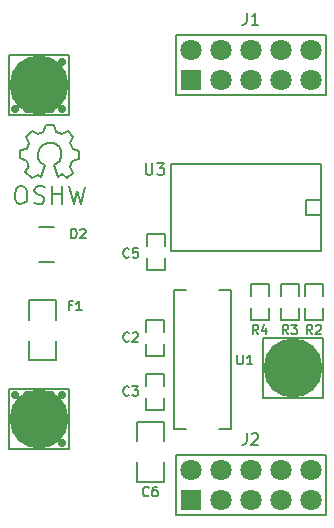
<source format=gbr>
G04 #@! TF.GenerationSoftware,KiCad,Pcbnew,6.0.11-2627ca5db0~126~ubuntu22.04.1*
G04 #@! TF.CreationDate,2023-12-06T10:38:33+01:00*
G04 #@! TF.ProjectId,bus-module_attiny1634,6275732d-6d6f-4647-956c-655f61747469,C*
G04 #@! TF.SameCoordinates,Original*
G04 #@! TF.FileFunction,Legend,Top*
G04 #@! TF.FilePolarity,Positive*
%FSLAX46Y46*%
G04 Gerber Fmt 4.6, Leading zero omitted, Abs format (unit mm)*
G04 Created by KiCad (PCBNEW 6.0.11-2627ca5db0~126~ubuntu22.04.1) date 2023-12-06 10:38:33*
%MOMM*%
%LPD*%
G01*
G04 APERTURE LIST*
%ADD10C,0.150000*%
%ADD11C,5.000000*%
%ADD12R,1.800000X1.800000*%
%ADD13C,1.800000*%
%ADD14C,0.700000*%
G04 APERTURE END LIST*
D10*
X90282666Y-105449714D02*
X90244571Y-105487809D01*
X90130285Y-105525904D01*
X90054095Y-105525904D01*
X89939809Y-105487809D01*
X89863619Y-105411619D01*
X89825523Y-105335428D01*
X89787428Y-105183047D01*
X89787428Y-105068761D01*
X89825523Y-104916380D01*
X89863619Y-104840190D01*
X89939809Y-104764000D01*
X90054095Y-104725904D01*
X90130285Y-104725904D01*
X90244571Y-104764000D01*
X90282666Y-104802095D01*
X90587428Y-104802095D02*
X90625523Y-104764000D01*
X90701714Y-104725904D01*
X90892190Y-104725904D01*
X90968380Y-104764000D01*
X91006476Y-104802095D01*
X91044571Y-104878285D01*
X91044571Y-104954476D01*
X91006476Y-105068761D01*
X90549333Y-105525904D01*
X91044571Y-105525904D01*
X90282666Y-110021714D02*
X90244571Y-110059809D01*
X90130285Y-110097904D01*
X90054095Y-110097904D01*
X89939809Y-110059809D01*
X89863619Y-109983619D01*
X89825523Y-109907428D01*
X89787428Y-109755047D01*
X89787428Y-109640761D01*
X89825523Y-109488380D01*
X89863619Y-109412190D01*
X89939809Y-109336000D01*
X90054095Y-109297904D01*
X90130285Y-109297904D01*
X90244571Y-109336000D01*
X90282666Y-109374095D01*
X90549333Y-109297904D02*
X91044571Y-109297904D01*
X90777904Y-109602666D01*
X90892190Y-109602666D01*
X90968380Y-109640761D01*
X91006476Y-109678857D01*
X91044571Y-109755047D01*
X91044571Y-109945523D01*
X91006476Y-110021714D01*
X90968380Y-110059809D01*
X90892190Y-110097904D01*
X90663619Y-110097904D01*
X90587428Y-110059809D01*
X90549333Y-110021714D01*
X100242666Y-113252380D02*
X100242666Y-113966666D01*
X100195047Y-114109523D01*
X100099809Y-114204761D01*
X99956952Y-114252380D01*
X99861714Y-114252380D01*
X100671238Y-113347619D02*
X100718857Y-113300000D01*
X100814095Y-113252380D01*
X101052190Y-113252380D01*
X101147428Y-113300000D01*
X101195047Y-113347619D01*
X101242666Y-113442857D01*
X101242666Y-113538095D01*
X101195047Y-113680952D01*
X100623619Y-114252380D01*
X101242666Y-114252380D01*
X100242666Y-77692380D02*
X100242666Y-78406666D01*
X100195047Y-78549523D01*
X100099809Y-78644761D01*
X99956952Y-78692380D01*
X99861714Y-78692380D01*
X101242666Y-78692380D02*
X100671238Y-78692380D01*
X100956952Y-78692380D02*
X100956952Y-77692380D01*
X100861714Y-77835238D01*
X100766476Y-77930476D01*
X100671238Y-77978095D01*
X105776666Y-104890904D02*
X105510000Y-104509952D01*
X105319523Y-104890904D02*
X105319523Y-104090904D01*
X105624285Y-104090904D01*
X105700476Y-104129000D01*
X105738571Y-104167095D01*
X105776666Y-104243285D01*
X105776666Y-104357571D01*
X105738571Y-104433761D01*
X105700476Y-104471857D01*
X105624285Y-104509952D01*
X105319523Y-104509952D01*
X106081428Y-104167095D02*
X106119523Y-104129000D01*
X106195714Y-104090904D01*
X106386190Y-104090904D01*
X106462380Y-104129000D01*
X106500476Y-104167095D01*
X106538571Y-104243285D01*
X106538571Y-104319476D01*
X106500476Y-104433761D01*
X106043333Y-104890904D01*
X106538571Y-104890904D01*
X103744666Y-104890904D02*
X103478000Y-104509952D01*
X103287523Y-104890904D02*
X103287523Y-104090904D01*
X103592285Y-104090904D01*
X103668476Y-104129000D01*
X103706571Y-104167095D01*
X103744666Y-104243285D01*
X103744666Y-104357571D01*
X103706571Y-104433761D01*
X103668476Y-104471857D01*
X103592285Y-104509952D01*
X103287523Y-104509952D01*
X104011333Y-104090904D02*
X104506571Y-104090904D01*
X104239904Y-104395666D01*
X104354190Y-104395666D01*
X104430380Y-104433761D01*
X104468476Y-104471857D01*
X104506571Y-104548047D01*
X104506571Y-104738523D01*
X104468476Y-104814714D01*
X104430380Y-104852809D01*
X104354190Y-104890904D01*
X104125619Y-104890904D01*
X104049428Y-104852809D01*
X104011333Y-104814714D01*
X101204666Y-104890904D02*
X100938000Y-104509952D01*
X100747523Y-104890904D02*
X100747523Y-104090904D01*
X101052285Y-104090904D01*
X101128476Y-104129000D01*
X101166571Y-104167095D01*
X101204666Y-104243285D01*
X101204666Y-104357571D01*
X101166571Y-104433761D01*
X101128476Y-104471857D01*
X101052285Y-104509952D01*
X100747523Y-104509952D01*
X101890380Y-104357571D02*
X101890380Y-104890904D01*
X101699904Y-104052809D02*
X101509428Y-104624238D01*
X102004666Y-104624238D01*
X90282666Y-98337714D02*
X90244571Y-98375809D01*
X90130285Y-98413904D01*
X90054095Y-98413904D01*
X89939809Y-98375809D01*
X89863619Y-98299619D01*
X89825523Y-98223428D01*
X89787428Y-98071047D01*
X89787428Y-97956761D01*
X89825523Y-97804380D01*
X89863619Y-97728190D01*
X89939809Y-97652000D01*
X90054095Y-97613904D01*
X90130285Y-97613904D01*
X90244571Y-97652000D01*
X90282666Y-97690095D01*
X91006476Y-97613904D02*
X90625523Y-97613904D01*
X90587428Y-97994857D01*
X90625523Y-97956761D01*
X90701714Y-97918666D01*
X90892190Y-97918666D01*
X90968380Y-97956761D01*
X91006476Y-97994857D01*
X91044571Y-98071047D01*
X91044571Y-98261523D01*
X91006476Y-98337714D01*
X90968380Y-98375809D01*
X90892190Y-98413904D01*
X90701714Y-98413904D01*
X90625523Y-98375809D01*
X90587428Y-98337714D01*
X99458476Y-106630904D02*
X99458476Y-107278523D01*
X99496571Y-107354714D01*
X99534666Y-107392809D01*
X99610857Y-107430904D01*
X99763238Y-107430904D01*
X99839428Y-107392809D01*
X99877523Y-107354714D01*
X99915619Y-107278523D01*
X99915619Y-106630904D01*
X100715619Y-107430904D02*
X100258476Y-107430904D01*
X100487047Y-107430904D02*
X100487047Y-106630904D01*
X100410857Y-106745190D01*
X100334666Y-106821380D01*
X100258476Y-106859476D01*
X91686095Y-90392380D02*
X91686095Y-91201904D01*
X91733714Y-91297142D01*
X91781333Y-91344761D01*
X91876571Y-91392380D01*
X92067047Y-91392380D01*
X92162285Y-91344761D01*
X92209904Y-91297142D01*
X92257523Y-91201904D01*
X92257523Y-90392380D01*
X92638476Y-90392380D02*
X93257523Y-90392380D01*
X92924190Y-90773333D01*
X93067047Y-90773333D01*
X93162285Y-90820952D01*
X93209904Y-90868571D01*
X93257523Y-90963809D01*
X93257523Y-91201904D01*
X93209904Y-91297142D01*
X93162285Y-91344761D01*
X93067047Y-91392380D01*
X92781333Y-91392380D01*
X92686095Y-91344761D01*
X92638476Y-91297142D01*
X85380523Y-96762904D02*
X85380523Y-95962904D01*
X85571000Y-95962904D01*
X85685285Y-96001000D01*
X85761476Y-96077190D01*
X85799571Y-96153380D01*
X85837666Y-96305761D01*
X85837666Y-96420047D01*
X85799571Y-96572428D01*
X85761476Y-96648619D01*
X85685285Y-96724809D01*
X85571000Y-96762904D01*
X85380523Y-96762904D01*
X86142428Y-96039095D02*
X86180523Y-96001000D01*
X86256714Y-95962904D01*
X86447190Y-95962904D01*
X86523380Y-96001000D01*
X86561476Y-96039095D01*
X86599571Y-96115285D01*
X86599571Y-96191476D01*
X86561476Y-96305761D01*
X86104333Y-96762904D01*
X86599571Y-96762904D01*
X91933666Y-118530714D02*
X91895571Y-118568809D01*
X91781285Y-118606904D01*
X91705095Y-118606904D01*
X91590809Y-118568809D01*
X91514619Y-118492619D01*
X91476523Y-118416428D01*
X91438428Y-118264047D01*
X91438428Y-118149761D01*
X91476523Y-117997380D01*
X91514619Y-117921190D01*
X91590809Y-117845000D01*
X91705095Y-117806904D01*
X91781285Y-117806904D01*
X91895571Y-117845000D01*
X91933666Y-117883095D01*
X92619380Y-117806904D02*
X92467000Y-117806904D01*
X92390809Y-117845000D01*
X92352714Y-117883095D01*
X92276523Y-117997380D01*
X92238428Y-118149761D01*
X92238428Y-118454523D01*
X92276523Y-118530714D01*
X92314619Y-118568809D01*
X92390809Y-118606904D01*
X92543190Y-118606904D01*
X92619380Y-118568809D01*
X92657476Y-118530714D01*
X92695571Y-118454523D01*
X92695571Y-118264047D01*
X92657476Y-118187857D01*
X92619380Y-118149761D01*
X92543190Y-118111666D01*
X92390809Y-118111666D01*
X92314619Y-118149761D01*
X92276523Y-118187857D01*
X92238428Y-118264047D01*
X85450333Y-102439857D02*
X85183666Y-102439857D01*
X85183666Y-102858904D02*
X85183666Y-102058904D01*
X85564619Y-102058904D01*
X86288428Y-102858904D02*
X85831285Y-102858904D01*
X86059857Y-102858904D02*
X86059857Y-102058904D01*
X85983666Y-102173190D01*
X85907476Y-102249380D01*
X85831285Y-102287476D01*
X106672000Y-105164000D02*
X101592000Y-105164000D01*
X106672000Y-110244000D02*
X106672000Y-105164000D01*
X101592000Y-110244000D02*
X106672000Y-110244000D01*
X101592000Y-105164000D02*
X101592000Y-110244000D01*
X93210000Y-103640000D02*
X93210000Y-104656000D01*
X91686000Y-104656000D02*
X91686000Y-103640000D01*
X91686000Y-106688000D02*
X91686000Y-105672000D01*
X91686000Y-103640000D02*
X93210000Y-103640000D01*
X93210000Y-106688000D02*
X91686000Y-106688000D01*
X93210000Y-105672000D02*
X93210000Y-106688000D01*
X93210000Y-110244000D02*
X93210000Y-111260000D01*
X93210000Y-111260000D02*
X91686000Y-111260000D01*
X93210000Y-108212000D02*
X93210000Y-109228000D01*
X91686000Y-108212000D02*
X93210000Y-108212000D01*
X91686000Y-109228000D02*
X91686000Y-108212000D01*
X91686000Y-111260000D02*
X91686000Y-110244000D01*
X106926000Y-120150000D02*
X94226000Y-120150000D01*
X106926000Y-115070000D02*
X106926000Y-120150000D01*
X94226000Y-120150000D02*
X94226000Y-115070000D01*
X94226000Y-115070000D02*
X106926000Y-115070000D01*
X94226000Y-79510000D02*
X106926000Y-79510000D01*
X94226000Y-84590000D02*
X94226000Y-79510000D01*
X106926000Y-84590000D02*
X94226000Y-84590000D01*
X106926000Y-79510000D02*
X106926000Y-84590000D01*
X106672000Y-100592000D02*
X106672000Y-101608000D01*
X106672000Y-102624000D02*
X106672000Y-103640000D01*
X105148000Y-103640000D02*
X105148000Y-102624000D01*
X105148000Y-101608000D02*
X105148000Y-100592000D01*
X106672000Y-103640000D02*
X105148000Y-103640000D01*
X105148000Y-100592000D02*
X106672000Y-100592000D01*
X104640000Y-100592000D02*
X104640000Y-101608000D01*
X103116000Y-100592000D02*
X104640000Y-100592000D01*
X104640000Y-103640000D02*
X103116000Y-103640000D01*
X103116000Y-103640000D02*
X103116000Y-102624000D01*
X104640000Y-102624000D02*
X104640000Y-103640000D01*
X103116000Y-101608000D02*
X103116000Y-100592000D01*
X102100000Y-103640000D02*
X100576000Y-103640000D01*
X102100000Y-102624000D02*
X102100000Y-103640000D01*
X100576000Y-101608000D02*
X100576000Y-100592000D01*
X102100000Y-100592000D02*
X102100000Y-101608000D01*
X100576000Y-103640000D02*
X100576000Y-102624000D01*
X100576000Y-100592000D02*
X102100000Y-100592000D01*
X84607020Y-93050740D02*
X84607020Y-93040580D01*
X85097240Y-87688800D02*
X84579080Y-87950420D01*
X84627340Y-91359100D02*
X85066760Y-91689300D01*
X85539200Y-91199080D02*
X85257260Y-90719020D01*
X81627600Y-89189940D02*
X81078960Y-89289000D01*
X81627600Y-90190700D02*
X81767300Y-90589480D01*
X82856960Y-90371040D02*
X83207480Y-90569160D01*
X83118580Y-93629860D02*
X82887440Y-93850840D01*
X84297140Y-91549600D02*
X84627340Y-91359100D01*
X84208240Y-90419300D02*
X84408900Y-90221180D01*
X81518380Y-91160980D02*
X82056860Y-91679140D01*
X81607280Y-93609540D02*
X81678400Y-93149800D01*
X81797780Y-88709880D02*
X81627600Y-89189940D01*
X83908520Y-90569160D02*
X84208240Y-90419300D01*
X80827500Y-93739080D02*
X81078960Y-93861000D01*
X80598900Y-93071060D02*
X80626840Y-93419040D01*
X84558760Y-89421080D02*
X84408900Y-89070560D01*
X83758660Y-92319220D02*
X83758660Y-93888940D01*
X83077940Y-93330140D02*
X83118580Y-93629860D01*
X83908520Y-90569160D02*
X84307300Y-91569920D01*
X86057360Y-90061160D02*
X86057360Y-89380440D01*
X81548860Y-88168860D02*
X81797780Y-88709880D01*
X83248120Y-87190960D02*
X83037300Y-87739600D01*
X82536920Y-92329380D02*
X82298160Y-92530040D01*
X85066760Y-91689300D02*
X85539200Y-91199080D01*
X84596860Y-93040580D02*
X84607020Y-93050740D01*
X82577560Y-91409900D02*
X82856960Y-91569920D01*
X82608040Y-90068780D02*
X82856960Y-90371040D01*
X82618200Y-87909780D02*
X82067020Y-87640540D01*
X85297900Y-88669240D02*
X85567140Y-88199340D01*
X83806920Y-93050740D02*
X84596860Y-93040580D01*
X81078960Y-93861000D02*
X81388840Y-93789880D01*
X84408900Y-89070560D02*
X83956780Y-88720040D01*
X81078960Y-89289000D02*
X81068800Y-89990040D01*
X82067020Y-87640540D02*
X81548860Y-88168860D01*
X83956780Y-88720040D02*
X83507200Y-88669240D01*
X84558760Y-89819860D02*
X84558760Y-89421080D01*
X81678400Y-93149800D02*
X81627600Y-92740860D01*
X85498560Y-89240740D02*
X85297900Y-88669240D01*
X83037300Y-87739600D02*
X82618200Y-87909780D01*
X85447760Y-90249120D02*
X86057360Y-90061160D01*
X82557240Y-89570940D02*
X82608040Y-90068780D01*
X82508980Y-93040580D02*
X82897600Y-93170120D01*
X81388840Y-93789880D02*
X81607280Y-93609540D01*
X85866860Y-92768800D02*
X86176740Y-93840680D01*
X86057360Y-89380440D02*
X85498560Y-89240740D01*
X85226780Y-92359860D02*
X85587460Y-93830520D01*
X82567400Y-93878780D02*
X82216880Y-93769560D01*
X82707100Y-89118820D02*
X82557240Y-89570940D01*
X85567140Y-88199340D02*
X85097240Y-87688800D01*
X84408900Y-90221180D02*
X84558760Y-89819860D01*
X84579080Y-87950420D02*
X84109180Y-87749760D01*
X83108420Y-88770840D02*
X82707100Y-89118820D01*
X85257260Y-90719020D02*
X85447760Y-90249120D01*
X82298160Y-92530040D02*
X82267680Y-92799280D01*
X81068800Y-89990040D02*
X81627600Y-90190700D01*
X82856960Y-92339540D02*
X82536920Y-92329380D01*
X84109180Y-87749760D02*
X83939000Y-87208740D01*
X81178020Y-92319220D02*
X80929100Y-92339540D01*
X82887440Y-93850840D02*
X82567400Y-93878780D01*
X83939000Y-87208740D02*
X83248120Y-87190960D01*
X85587460Y-93830520D02*
X85866860Y-92768800D01*
X83758660Y-93888940D02*
X83768820Y-93878780D01*
X81777460Y-90599640D02*
X81518380Y-91160980D01*
X82267680Y-92799280D02*
X82508980Y-93040580D01*
X83507200Y-88669240D02*
X83108420Y-88770840D01*
X84647660Y-92329380D02*
X84647660Y-93871160D01*
X81627600Y-92740860D02*
X81518380Y-92458920D01*
X82056860Y-91679140D02*
X82577560Y-91409900D01*
X83207480Y-90569160D02*
X82856960Y-91569920D01*
X80626840Y-93419040D02*
X80827500Y-93739080D01*
X80929100Y-92339540D02*
X80687800Y-92580840D01*
X83207480Y-92420820D02*
X82856960Y-92339540D01*
X86176740Y-93840680D02*
X86517100Y-92390340D01*
X82897600Y-93170120D02*
X83077940Y-93330140D01*
X80687800Y-92580840D02*
X80598900Y-93071060D01*
X81518380Y-92458920D02*
X81157700Y-92329380D01*
X93337000Y-98433000D02*
X93337000Y-99449000D01*
X93337000Y-99449000D02*
X91813000Y-99449000D01*
X91813000Y-96401000D02*
X93337000Y-96401000D01*
X91813000Y-97417000D02*
X91813000Y-96401000D01*
X91813000Y-99449000D02*
X91813000Y-98433000D01*
X93337000Y-96401000D02*
X93337000Y-97417000D01*
X98912300Y-112911000D02*
X97911540Y-112911000D01*
X98912300Y-101110160D02*
X97911540Y-101110160D01*
X94111700Y-101110160D02*
X95112460Y-101110160D01*
X98912300Y-112911000D02*
X98912300Y-101110160D01*
X94111700Y-112911000D02*
X95112460Y-112911000D01*
X94111700Y-101110160D02*
X94111700Y-112911000D01*
X93845000Y-90432000D02*
X93845000Y-97798000D01*
X106545000Y-97798000D02*
X93845000Y-97798000D01*
X105275000Y-94750000D02*
X105275000Y-93480000D01*
X93845000Y-90432000D02*
X106545000Y-90432000D01*
X106545000Y-97798000D02*
X106545000Y-90432000D01*
X106545000Y-94750000D02*
X105275000Y-94750000D01*
X105275000Y-93480000D02*
X106545000Y-93480000D01*
X80110000Y-81280000D02*
X80110000Y-86360000D01*
X80110000Y-86360000D02*
X85190000Y-86360000D01*
X85190000Y-81280000D02*
X80110000Y-81280000D01*
X85190000Y-86360000D02*
X85190000Y-81280000D01*
X80110000Y-109530000D02*
X80110000Y-114610000D01*
X85190000Y-109530000D02*
X80110000Y-109530000D01*
X80110000Y-114610000D02*
X85190000Y-114610000D01*
X85190000Y-114610000D02*
X85190000Y-109530000D01*
X82654000Y-98790000D02*
X83954000Y-98790000D01*
X82654000Y-95790000D02*
X83954000Y-95790000D01*
X93210000Y-115705000D02*
X93210000Y-117356000D01*
X90924000Y-117356000D02*
X90924000Y-115705000D01*
X93210000Y-113927000D02*
X93210000Y-112276000D01*
X93210000Y-112276000D02*
X90924000Y-112276000D01*
X93210000Y-117356000D02*
X90924000Y-117356000D01*
X90924000Y-112276000D02*
X90924000Y-113927000D01*
X84066000Y-105418000D02*
X84066000Y-107069000D01*
X84066000Y-103640000D02*
X84066000Y-101989000D01*
X84066000Y-107069000D02*
X81780000Y-107069000D01*
X81780000Y-107069000D02*
X81780000Y-105418000D01*
X81780000Y-101989000D02*
X81780000Y-103640000D01*
X84066000Y-101989000D02*
X81780000Y-101989000D01*
D11*
X104132000Y-107704000D03*
D12*
X95496000Y-118880000D03*
D13*
X95496000Y-116340000D03*
X98036000Y-118880000D03*
X98036000Y-116340000D03*
X100576000Y-118880000D03*
X100576000Y-116340000D03*
X103116000Y-118880000D03*
X103116000Y-116340000D03*
X105656000Y-118880000D03*
X105656000Y-116340000D03*
D12*
X95496000Y-83320000D03*
D13*
X95496000Y-80780000D03*
X98036000Y-83320000D03*
X98036000Y-80780000D03*
X100576000Y-83320000D03*
X100576000Y-80780000D03*
X103116000Y-83320000D03*
X103116000Y-80780000D03*
X105656000Y-83320000D03*
X105656000Y-80780000D03*
D11*
X82650000Y-83820000D03*
X82650000Y-112070000D03*
D14*
X84650000Y-85820000D03*
X82650000Y-85820000D03*
X83650000Y-85820000D03*
X80650000Y-85820000D03*
X81650000Y-85820000D03*
X81650000Y-110070000D03*
X84650000Y-110070000D03*
X83650000Y-110070000D03*
X80650000Y-110070000D03*
X82650000Y-110070000D03*
X84650000Y-83820000D03*
X84650000Y-82820000D03*
X84650000Y-81820000D03*
X84650000Y-84820000D03*
X84650000Y-113070000D03*
X84650000Y-112070000D03*
X84650000Y-111070000D03*
X84650000Y-114070000D03*
M02*

</source>
